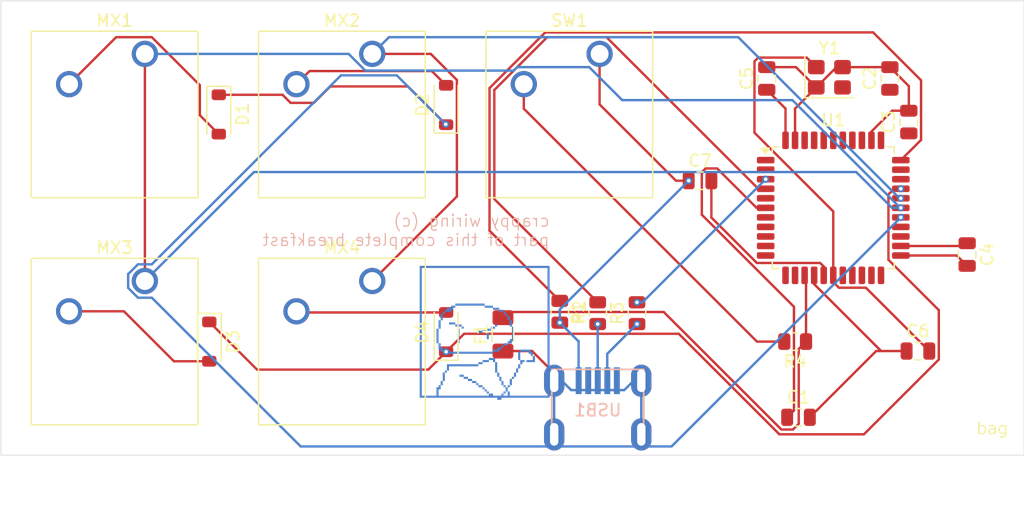
<source format=kicad_pcb>
(kicad_pcb (version 20241229) (generator "pcbnew") (generator_version "9.0")
  (layers (0 "F.Cu" signal) (2 "B.Cu" signal) (13 "F.Paste" user) (15 "B.Paste" user) (5 "F.SilkS" user "F.Silkscreen") (7 "B.SilkS" user "B.Silkscreen") (1 "F.Mask" user) (3 "B.Mask" user) (25 "Edge.Cuts" user))
  (net 0 "")
  (net 1 "Net-(U1-UCAP)")
  (net 2 "GND")
  (net 3 "+5V")
  (net 4 "Net-(U1-XTAL1)")
  (net 5 "Net-(U1-XTAL2)")
  (net 6 "Net-(D1-A)")
  (net 7 "/ROW0")
  (net 8 "Net-(D2-A)")
  (net 9 "Net-(D3-A)")
  (net 10 "/ROW1")
  (net 11 "Net-(D4-A)")
  (net 12 "VCC")
  (net 13 "/COL0")
  (net 14 "/COL1")
  (net 15 "/D+")
  (net 16 "Net-(U1-D+)")
  (net 17 "Net-(U1-~{HWB}{slash}PE2)")
  (net 18 "Net-(U1-D-)")
  (net 19 "/D-")
  (net 20 "Net-(U1-~{RESET})")
  (footprint "Button_Switch_Keyboard:SW_Cherry_MX_1.00u_PCB" (layer "F.Cu") (at 96.99625 97.31375)
    (property "Reference" "MX4" (at -2.54 -2.794 0) (layer "F.SilkS"))
    (property "Value" "MX-NoLED")
    (pad "" np_thru_hole circle (at -7.62 5.08) (size 1.7 1.7) (drill 1.7) (layers "*.Cu" "*.Mask"))
    (pad "" np_thru_hole circle (at -2.54 5.08) (size 4 4) (drill 4) (layers "*.Cu" "*.Mask"))
    (pad "" np_thru_hole circle (at 2.54 5.08) (size 1.7 1.7) (drill 1.7) (layers "*.Cu" "*.Mask"))
    (pad "1" thru_hole circle (at 0 0) (size 2.2 2.2) (drill 1.5) (layers "*.Cu" "*.Mask") (net 14 "/COL1"))
    (pad "2" thru_hole circle (at -6.35 2.54) (size 2.2 2.2) (drill 1.5) (layers "*.Cu" "*.Mask") (net 11 "Net-(D4-A)"))
  )
  (footprint "Resistor_SMD:R_0805_2012Metric" (layer "F.Cu") (at 115.8875 100.0125 90)
    (property "Reference" "R1" (at 0 -1.65 90) (layer "F.SilkS"))
    (property "Value" "22")
    (pad "1" smd roundrect (at -0.9125 0 90) (size 1.025 1.4) (layers "F.Cu" "F.Mask" "F.Paste") (roundrect_rratio 0.243902) (net 15 "/D+"))
    (pad "2" smd roundrect (at 0.9125 0 90) (size 1.025 1.4) (layers "F.Cu" "F.Mask" "F.Paste") (roundrect_rratio 0.243902) (net 16 "Net-(U1-D+)"))
  )
  (footprint "Resistor_SMD:R_0805_2012Metric" (layer "F.Cu") (at 112.7125 99.89375 -90)
    (property "Reference" "R2" (at 0 -1.65 90) (layer "F.SilkS"))
    (property "Value" "10k")
    (pad "1" smd roundrect (at -0.9125 0 270) (size 1.025 1.4) (layers "F.Cu" "F.Mask" "F.Paste") (roundrect_rratio 0.243902) (net 17 "Net-(U1-~{HWB}{slash}PE2)"))
    (pad "2" smd roundrect (at 0.9125 0 270) (size 1.025 1.4) (layers "F.Cu" "F.Mask" "F.Paste") (roundrect_rratio 0.243902) (net 2 "GND"))
  )
  (footprint "Capacitor_SMD:C_0805_2012Metric" (layer "F.Cu") (at 146.84375 95.09375 -90)
    (property "Reference" "C4" (at 0 -1.68 90) (layer "F.SilkS"))
    (property "Value" "0.1uF")
    (pad "1" smd roundrect (at -0.95 0 270) (size 1 1.45) (layers "F.Cu" "F.Mask" "F.Paste") (net 3 "+5V"))
    (pad "2" smd roundrect (at 0.95 0 270) (size 1 1.45) (layers "F.Cu" "F.Mask" "F.Paste") (net 2 "GND"))
  )
  (footprint "Capacitor_SMD:C_0805_2012Metric" (layer "F.Cu") (at 140.36875 80.325 90)
    (property "Reference" "C2" (at 0 -1.68 90) (layer "F.SilkS"))
    (property "Value" "0.1uF")
    (pad "1" smd roundrect (at -0.95 0 90) (size 1 1.45) (layers "F.Cu" "F.Mask" "F.Paste") (net 3 "+5V"))
    (pad "2" smd roundrect (at 0.95 0 90) (size 1 1.45) (layers "F.Cu" "F.Mask" "F.Paste") (net 2 "GND"))
  )
  (footprint "Diode_SMD:D_SOD-123" (layer "F.Cu") (at 83.34375 102.39375 -90)
    (property "Reference" "D3" (at 0 -2 90) (layer "F.SilkS"))
    (property "Value" "D_Small")
    (pad "1" smd roundrect (at -1.65 0 270) (size 0.9 1.2) (layers "F.Cu" "F.Mask" "F.Paste") (net 10 "/ROW1"))
    (pad "2" smd roundrect (at 1.65 0 270) (size 0.9 1.2) (layers "F.Cu" "F.Mask" "F.Paste") (net 9 "Net-(D3-A)"))
  )
  (footprint "Fuse:Fuse_1206_3216Metric" (layer "F.Cu") (at 107.95 101.7875 90)
    (property "Reference" "F1" (at 0 -1.83 90) (layer "F.SilkS"))
    (property "Value" "Polyfuse_Small")
    (pad "1" smd roundrect (at -1.4 0 90) (size 1.25 1.75) (layers "F.Cu" "F.Mask" "F.Paste") (roundrect_rratio 0.2) (net 12 "VCC"))
    (pad "2" smd roundrect (at 1.4 0 90) (size 1.25 1.75) (layers "F.Cu" "F.Mask" "F.Paste") (roundrect_rratio 0.2) (net 3 "+5V"))
  )
  (footprint "Capacitor_SMD:C_0805_2012Metric" (layer "F.Cu") (at 141.95625 83.98125 90)
    (property "Reference" "C3" (at 0 -1.68 90) (layer "F.SilkS"))
    (property "Value" "0.1uF")
    (pad "1" smd roundrect (at -0.95 0 90) (size 1 1.45) (layers "F.Cu" "F.Mask" "F.Paste") (net 3 "+5V"))
    (pad "2" smd roundrect (at 0.95 0 90) (size 1 1.45) (layers "F.Cu" "F.Mask" "F.Paste") (net 2 "GND"))
  )
  (footprint "Diode_SMD:D_SOD-123" (layer "F.Cu") (at 103.1875 82.55 90)
    (property "Reference" "D2" (at 0 -2 90) (layer "F.SilkS"))
    (property "Value" "D_Small")
    (pad "1" smd roundrect (at -1.65 0 90) (size 0.9 1.2) (layers "F.Cu" "F.Mask" "F.Paste") (net 7 "/ROW0"))
    (pad "2" smd roundrect (at 1.65 0 90) (size 0.9 1.2) (layers "F.Cu" "F.Mask" "F.Paste") (net 8 "Net-(D2-A)"))
  )
  (footprint "Package_QFP:TQFP-44_10x10mm_P0.8mm" (layer "F.Cu") (at 135.625 91.175)
    (property "Reference" "U1" (at 0 -7.35 0) (layer "F.SilkS"))
    (property "Value" "ATmega32U4-A")
    (pad "1" smd roundrect (at -5.6625 -4) (size 1.475 0.55) (layers "F.Cu" "F.Mask" "F.Paste"))
    (pad "2" smd roundrect (at -5.6625 -3.2) (size 1.475 0.55) (layers "F.Cu" "F.Mask" "F.Paste") (net 3 "+5V"))
    (pad "3" smd roundrect (at -5.6625 -2.4) (size 1.475 0.55) (layers "F.Cu" "F.Mask" "F.Paste") (net 18 "Net-(U1-D-)"))
    (pad "4" smd roundrect (at -5.6625 -1.6) (size 1.475 0.55) (layers "F.Cu" "F.Mask" "F.Paste") (net 16 "Net-(U1-D+)"))
    (pad "5" smd roundrect (at -5.6625 -0.8) (size 1.475 0.55) (layers "F.Cu" "F.Mask" "F.Paste") (net 2 "GND"))
    (pad "6" smd roundrect (at -5.6625 0) (size 1.475 0.55) (layers "F.Cu" "F.Mask" "F.Paste") (net 1 "Net-(U1-UCAP)"))
    (pad "7" smd roundrect (at -5.6625 0.8) (size 1.475 0.55) (layers "F.Cu" "F.Mask" "F.Paste") (net 3 "+5V"))
    (pad "8" smd roundrect (at -5.6625 1.6) (size 1.475 0.55) (layers "F.Cu" "F.Mask" "F.Paste"))
    (pad "9" smd roundrect (at -5.6625 2.4) (size 1.475 0.55) (layers "F.Cu" "F.Mask" "F.Paste"))
    (pad "10" smd roundrect (at -5.6625 3.2) (size 1.475 0.55) (layers "F.Cu" "F.Mask" "F.Paste"))
    (pad "11" smd roundrect (at -5.6625 4) (size 1.475 0.55) (layers "F.Cu" "F.Mask" "F.Paste"))
    (pad "12" smd roundrect (at -4 5.6625) (size 0.55 1.475) (layers "F.Cu" "F.Mask" "F.Paste"))
    (pad "13" smd roundrect (at -3.2 5.6625) (size 0.55 1.475) (layers "F.Cu" "F.Mask" "F.Paste") (net 20 "Net-(U1-~{RESET})"))
    (pad "14" smd roundrect (at -2.4 5.6625) (size 0.55 1.475) (layers "F.Cu" "F.Mask" "F.Paste") (net 3 "+5V"))
    (pad "15" smd roundrect (at -1.6 5.6625) (size 0.55 1.475) (layers "F.Cu" "F.Mask" "F.Paste") (net 2 "GND"))
    (pad "16" smd roundrect (at -0.8 5.6625) (size 0.55 1.475) (layers "F.Cu" "F.Mask" "F.Paste") (net 5 "Net-(U1-XTAL2)"))
    (pad "17" smd roundrect (at 0 5.6625) (size 0.55 1.475) (layers "F.Cu" "F.Mask" "F.Paste") (net 4 "Net-(U1-XTAL1)"))
    (pad "18" smd roundrect (at 0.8 5.6625) (size 0.55 1.475) (layers "F.Cu" "F.Mask" "F.Paste"))
    (pad "19" smd roundrect (at 1.6 5.6625) (size 0.55 1.475) (layers "F.Cu" "F.Mask" "F.Paste"))
    (pad "20" smd roundrect (at 2.4 5.6625) (size 0.55 1.475) (layers "F.Cu" "F.Mask" "F.Paste"))
    (pad "21" smd roundrect (at 3.2 5.6625) (size 0.55 1.475) (layers "F.Cu" "F.Mask" "F.Paste"))
    (pad "22" smd roundrect (at 4 5.6625) (size 0.55 1.475) (layers "F.Cu" "F.Mask" "F.Paste"))
    (pad "23" smd roundrect (at 5.6625 4) (size 1.475 0.55) (layers "F.Cu" "F.Mask" "F.Paste") (net 2 "GND"))
    (pad "24" smd roundrect (at 5.6625 3.2) (size 1.475 0.55) (layers "F.Cu" "F.Mask" "F.Paste") (net 3 "+5V"))
    (pad "25" smd roundrect (at 5.6625 2.4) (size 1.475 0.55) (layers "F.Cu" "F.Mask" "F.Paste"))
    (pad "26" smd roundrect (at 5.6625 1.6) (size 1.475 0.55) (layers "F.Cu" "F.Mask" "F.Paste"))
    (pad "27" smd roundrect (at 5.6625 0.8) (size 1.475 0.55) (layers "F.Cu" "F.Mask" "F.Paste") (net 7 "/ROW0"))
    (pad "28" smd roundrect (at 5.6625 0) (size 1.475 0.55) (layers "F.Cu" "F.Mask" "F.Paste") (net 13 "/COL0"))
    (pad "29" smd roundrect (at 5.6625 -0.8) (size 1.475 0.55) (layers "F.Cu" "F.Mask" "F.Paste") (net 14 "/COL1"))
    (pad "30" smd roundrect (at 5.6625 -1.6) (size 1.475 0.55) (layers "F.Cu" "F.Mask" "F.Paste") (net 10 "/ROW1"))
    (pad "31" smd roundrect (at 5.6625 -2.4) (size 1.475 0.55) (layers "F.Cu" "F.Mask" "F.Paste"))
    (pad "32" smd roundrect (at 5.6625 -3.2) (size 1.475 0.55) (layers "F.Cu" "F.Mask" "F.Paste"))
    (pad "33" smd roundrect (at 5.6625 -4) (size 1.475 0.55) (layers "F.Cu" "F.Mask" "F.Paste") (net 17 "Net-(U1-~{HWB}{slash}PE2)"))
    (pad "34" smd roundrect (at 4 -5.6625) (size 0.55 1.475) (layers "F.Cu" "F.Mask" "F.Paste") (net 3 "+5V"))
    (pad "35" smd roundrect (at 3.2 -5.6625) (size 0.55 1.475) (layers "F.Cu" "F.Mask" "F.Paste") (net 2 "GND"))
    (pad "36" smd roundrect (at 2.4 -5.6625) (size 0.55 1.475) (layers "F.Cu" "F.Mask" "F.Paste"))
    (pad "37" smd roundrect (at 1.6 -5.6625) (size 0.55 1.475) (layers "F.Cu" "F.Mask" "F.Paste"))
    (pad "38" smd roundrect (at 0.8 -5.6625) (size 0.55 1.475) (layers "F.Cu" "F.Mask" "F.Paste"))
    (pad "39" smd roundrect (at 0 -5.6625) (size 0.55 1.475) (layers "F.Cu" "F.Mask" "F.Paste"))
    (pad "40" smd roundrect (at -0.8 -5.6625) (size 0.55 1.475) (layers "F.Cu" "F.Mask" "F.Paste"))
    (pad "41" smd roundrect (at -1.6 -5.6625) (size 0.55 1.475) (layers "F.Cu" "F.Mask" "F.Paste"))
    (pad "42" smd roundrect (at -2.4 -5.6625) (size 0.55 1.475) (layers "F.Cu" "F.Mask" "F.Paste"))
    (pad "43" smd roundrect (at -3.2 -5.6625) (size 0.55 1.475) (layers "F.Cu" "F.Mask" "F.Paste") (net 2 "GND"))
    (pad "44" smd roundrect (at -4 -5.6625) (size 0.55 1.475) (layers "F.Cu" "F.Mask" "F.Paste") (net 3 "+5V"))
  )
  (footprint "Button_Switch_Keyboard:SW_Cherry_MX_1.00u_PCB" (layer "F.Cu") (at 96.99625 78.26375)
    (property "Reference" "MX2" (at -2.54 -2.794 0) (layer "F.SilkS"))
    (property "Value" "MX-NoLED")
    (pad "" np_thru_hole circle (at -7.62 5.08) (size 1.7 1.7) (drill 1.7) (layers "*.Cu" "*.Mask"))
    (pad "" np_thru_hole circle (at -2.54 5.08) (size 4 4) (drill 4) (layers "*.Cu" "*.Mask"))
    (pad "" np_thru_hole circle (at 2.54 5.08) (size 1.7 1.7) (drill 1.7) (layers "*.Cu" "*.Mask"))
    (pad "1" thru_hole circle (at 0 0) (size 2.2 2.2) (drill 1.5) (layers "*.Cu" "*.Mask") (net 14 "/COL1"))
    (pad "2" thru_hole circle (at -6.35 2.54) (size 2.2 2.2) (drill 1.5) (layers "*.Cu" "*.Mask") (net 8 "Net-(D2-A)"))
  )
  (footprint "Resistor_SMD:R_0805_2012Metric" (layer "F.Cu") (at 119.18125 100.0125 90)
    (property "Reference" "R3" (at 0 -1.65 90) (layer "F.SilkS"))
    (property "Value" "22")
    (pad "1" smd roundrect (at -0.9125 0 90) (size 1.025 1.4) (layers "F.Cu" "F.Mask" "F.Paste") (roundrect_rratio 0.243902) (net 19 "/D-"))
    (pad "2" smd roundrect (at 0.9125 0 90) (size 1.025 1.4) (layers "F.Cu" "F.Mask" "F.Paste") (roundrect_rratio 0.243902) (net 18 "Net-(U1-D-)"))
  )
  (footprint "Resistor_SMD:R_0805_2012Metric" (layer "F.Cu") (at 132.43125 102.39375 180)
    (property "Reference" "R4" (at 0 -1.65 0) (layer "F.SilkS"))
    (property "Value" "10k")
    (pad "1" smd roundrect (at -0.9125 0 180) (size 1.025 1.4) (layers "F.Cu" "F.Mask" "F.Paste") (roundrect_rratio 0.243902) (net 3 "+5V"))
    (pad "2" smd roundrect (at 0.9125 0 180) (size 1.025 1.4) (layers "F.Cu" "F.Mask" "F.Paste") (roundrect_rratio 0.243902) (net 20 "Net-(U1-~{RESET})"))
  )
  (footprint "Crystal:Crystal_SMD_3225-4Pin_3.2x2.5mm" (layer "F.Cu") (at 135.3 80.225)
    (property "Reference" "Y1" (at 0 -2.45 0) (layer "F.SilkS"))
    (property "Value" "16MHz")
    (pad "1" smd roundrect (at -1.1 0.85) (size 1.4 1.2) (layers "F.Cu" "F.Mask" "F.Paste") (roundrect_rratio 0.208333) (net 2 "GND"))
    (pad "2" smd roundrect (at 1.1 0.85) (size 1.4 1.2) (layers "F.Cu" "F.Mask" "F.Paste") (roundrect_rratio 0.208333) (net 5 "Net-(U1-XTAL2)"))
    (pad "3" smd roundrect (at 1.1 -0.85) (size 1.4 1.2) (layers "F.Cu" "F.Mask" "F.Paste") (roundrect_rratio 0.208333) (net 2 "GND"))
    (pad "4" smd roundrect (at -1.1 -0.85) (size 1.4 1.2) (layers "F.Cu" "F.Mask" "F.Paste") (roundrect_rratio 0.208333) (net 4 "Net-(U1-XTAL1)"))
  )
  (footprint "Button_Switch_Keyboard:SW_Cherry_MX_1.00u_PCB" (layer "F.Cu") (at 116.04625 78.26375)
    (property "Reference" "SW1" (at -2.54 -2.794 0) (layer "F.SilkS"))
    (property "Value" "SW_Push")
    (pad "" np_thru_hole circle (at -7.62 5.08) (size 1.7 1.7) (drill 1.7) (layers "*.Cu" "*.Mask"))
    (pad "" np_thru_hole circle (at -2.54 5.08) (size 4 4) (drill 4) (layers "*.Cu" "*.Mask"))
    (pad "" np_thru_hole circle (at 2.54 5.08) (size 1.7 1.7) (drill 1.7) (layers "*.Cu" "*.Mask"))
    (pad "1" thru_hole circle (at 0 0) (size 2.2 2.2) (drill 1.5) (layers "*.Cu" "*.Mask") (net 2 "GND"))
    (pad "2" thru_hole circle (at -6.35 2.54) (size 2.2 2.2) (drill 1.5) (layers "*.Cu" "*.Mask") (net 20 "Net-(U1-~{RESET})"))
  )
  (footprint "Diode_SMD:D_SOD-123" (layer "F.Cu") (at 103.1875 101.6 90)
    (property "Reference" "D4" (at 0 -2 90) (layer "F.SilkS"))
    (property "Value" "D_Small")
    (pad "1" smd roundrect (at -1.65 0 90) (size 0.9 1.2) (layers "F.Cu" "F.Mask" "F.Paste") (net 10 "/ROW1"))
    (pad "2" smd roundrect (at 1.65 0 90) (size 0.9 1.2) (layers "F.Cu" "F.Mask" "F.Paste") (net 11 "Net-(D4-A)"))
  )
  (footprint "Capacitor_SMD:C_0805_2012Metric" (layer "F.Cu") (at 130.05 80.325 90)
    (property "Reference" "C5" (at 0 -1.68 90) (layer "F.SilkS"))
    (property "Value" "0.1uF")
    (pad "1" smd roundrect (at -0.95 0 90) (size 1 1.45) (layers "F.Cu" "F.Mask" "F.Paste") (net 3 "+5V"))
    (pad "2" smd roundrect (at 0.95 0 90) (size 1 1.45) (layers "F.Cu" "F.Mask" "F.Paste") (net 2 "GND"))
  )
  (footprint "Button_Switch_Keyboard:SW_Cherry_MX_1.00u_PCB" (layer "F.Cu") (at 77.94625 97.31375)
    (property "Reference" "MX3" (at -2.54 -2.794 0) (layer "F.SilkS"))
    (property "Value" "MX-NoLED")
    (pad "" np_thru_hole circle (at -7.62 5.08) (size 1.7 1.7) (drill 1.7) (layers "*.Cu" "*.Mask"))
    (pad "" np_thru_hole circle (at -2.54 5.08) (size 4 4) (drill 4) (layers "*.Cu" "*.Mask"))
    (pad "" np_thru_hole circle (at 2.54 5.08) (size 1.7 1.7) (drill 1.7) (layers "*.Cu" "*.Mask"))
    (pad "1" thru_hole circle (at 0 0) (size 2.2 2.2) (drill 1.5) (layers "*.Cu" "*.Mask") (net 13 "/COL0"))
    (pad "2" thru_hole circle (at -6.35 2.54) (size 2.2 2.2) (drill 1.5) (layers "*.Cu" "*.Mask") (net 9 "Net-(D3-A)"))
  )
  (footprint "Button_Switch_Keyboard:SW_Cherry_MX_1.00u_PCB" (layer "F.Cu") (at 77.94625 78.26375)
    (property "Reference" "MX1" (at -2.54 -2.794 0) (layer "F.SilkS"))
    (property "Value" "MX-NoLED")
    (pad "" np_thru_hole circle (at -7.62 5.08) (size 1.7 1.7) (drill 1.7) (layers "*.Cu" "*.Mask"))
    (pad "" np_thru_hole circle (at -2.54 5.08) (size 4 4) (drill 4) (layers "*.Cu" "*.Mask"))
    (pad "" np_thru_hole circle (at 2.54 5.08) (size 1.7 1.7) (drill 1.7) (layers "*.Cu" "*.Mask"))
    (pad "1" thru_hole circle (at 0 0) (size 2.2 2.2) (drill 1.5) (layers "*.Cu" "*.Mask") (net 13 "/COL0"))
    (pad "2" thru_hole circle (at -6.35 2.54) (size 2.2 2.2) (drill 1.5) (layers "*.Cu" "*.Mask") (net 6 "Net-(D1-A)"))
  )
  (footprint "Capacitor_SMD:C_0805_2012Metric" (layer "F.Cu") (at 124.4625 88.9)
    (property "Reference" "C7" (at 0 -1.68 0) (layer "F.SilkS"))
    (property "Value" "22pF")
    (pad "1" smd roundrect (at -0.95 0) (size 1 1.45) (layers "F.Cu" "F.Mask" "F.Paste") (net 2 "GND"))
    (pad "2" smd roundrect (at 0.95 0) (size 1 1.45) (layers "F.Cu" "F.Mask" "F.Paste") (net 5 "Net-(U1-XTAL2)"))
  )
  (footprint "Diode_SMD:D_SOD-123" (layer "F.Cu") (at 84.1375 83.34375 -90)
    (property "Reference" "D1" (at 0 -2 90) (layer "F.SilkS"))
    (property "Value" "D_Small")
    (pad "1" smd roundrect (at -1.65 0 270) (size 0.9 1.2) (layers "F.Cu" "F.Mask" "F.Paste") (net 7 "/ROW0"))
    (pad "2" smd roundrect (at 1.65 0 270) (size 0.9 1.2) (layers "F.Cu" "F.Mask" "F.Paste") (net 6 "Net-(D1-A)"))
  )
  (footprint "Capacitor_SMD:C_0805_2012Metric" (layer "F.Cu") (at 142.71875 103.1875)
    (property "Reference" "C6" (at 0 -1.68 0) (layer "F.SilkS"))
    (property "Value" "22pF")
    (pad "1" smd roundrect (at -0.95 0) (size 1 1.45) (layers "F.Cu" "F.Mask" "F.Paste") (net 2 "GND"))
    (pad "2" smd roundrect (at 0.95 0) (size 1 1.45) (layers "F.Cu" "F.Mask" "F.Paste") (net 4 "Net-(U1-XTAL1)"))
  )
  (footprint "Capacitor_SMD:C_0805_2012Metric" (layer "F.Cu") (at 132.7125 108.74375)
    (property "Reference" "C1" (at 0 -1.68 0) (layer "F.SilkS"))
    (property "Value" "1uF")
    (pad "1" smd roundrect (at -0.95 0) (size 1 1.45) (layers "F.Cu" "F.Mask" "F.Paste") (net 1 "Net-(U1-UCAP)"))
    (pad "2" smd roundrect (at 0.95 0) (size 1 1.45) (layers "F.Cu" "F.Mask" "F.Paste") (net 2 "GND"))
  )
  (footprint "LOGO" (layer "B.Cu") (at 106.3625 101.6 180)
    (property "Reference" "G***" (hide yes))
    (property "Value" "LOGO" (hide yes))
    (fp_poly (pts (xy 3.809122 0.640706) (xy 3.809122 0.289634) (xy 3.721354 0.289634) (xy 3.633586 0.289634) (xy 3.633586 0.640706) (xy 3.633586 0.991777) (xy 3.721354 0.991777) (xy 3.809122 0.991777)) (fill yes) (layer "B.Cu"))
    (fp_poly (pts (xy 3.633586 1.25508) (xy 3.633586 0.991777) (xy 3.545819 0.991777) (xy 3.458051 0.991777) (xy 3.458051 1.25508) (xy 3.458051 1.518383) (xy 3.545819 1.518383) (xy 3.633586 1.518383)) (fill yes) (layer "B.Cu"))
    (fp_poly (pts (xy 3.633586 -4.274291) (xy 3.633586 -4.449827) (xy 3.545819 -4.449827) (xy 3.458051 -4.449827) (xy 3.458051 -4.274291) (xy 3.458051 -4.098755) (xy 3.545819 -4.098755) (xy 3.633586 -4.098755)) (fill yes) (layer "B.Cu"))
    (fp_poly (pts (xy 3.458051 1.606151) (xy 3.458051 1.518383) (xy 3.370283 1.518383) (xy 3.282515 1.518383) (xy 3.282515 1.606151) (xy 3.282515 1.693919) (xy 3.370283 1.693919) (xy 3.458051 1.693919)) (fill yes) (layer "B.Cu"))
    (fp_poly (pts (xy 3.458051 -3.747684) (xy 3.458051 -4.098755) (xy 3.370283 -4.098755) (xy 3.282515 -4.098755) (xy 3.282515 -3.747684) (xy 3.282515 -3.396613) (xy 3.370283 -3.396613) (xy 3.458051 -3.396613)) (fill yes) (layer "B.Cu"))
    (fp_poly (pts (xy 3.282515 -3.308845) (xy 3.282515 -3.396613) (xy 3.194747 -3.396613) (xy 3.10698 -3.396613) (xy 3.10698 -3.308845) (xy 3.10698 -3.221077) (xy 3.194747 -3.221077) (xy 3.282515 -3.221077)) (fill yes) (layer "B.Cu"))
    (fp_poly (pts (xy 2.229302 -0.32474) (xy 2.229302 -0.939115) (xy 2.141534 -0.939115) (xy 2.053766 -0.939115) (xy 2.053766 -0.32474) (xy 2.053766 0.289634) (xy 2.141534 0.289634) (xy 2.229302 0.289634)) (fill yes) (layer "B.Cu"))
    (fp_poly (pts (xy 0.473946 0.026331) (xy 0.473946 -0.061437) (xy 0.29841 -0.061437) (xy 0.122875 -0.061437) (xy 0.122875 0.026331) (xy 0.122875 0.114099) (xy 0.29841 0.114099) (xy 0.473946 0.114099)) (fill yes) (layer "B.Cu"))
    (fp_poly (pts (xy 0.473946 -2.606703) (xy 0.473946 -2.694471) (xy 0.29841 -2.694471) (xy 0.122875 -2.694471) (xy 0.122875 -2.606703) (xy 0.122875 -2.518935) (xy 0.29841 -2.518935) (xy 0.473946 -2.518935)) (fill yes) (layer "B.Cu"))
    (fp_poly (pts (xy 0.122875 0.201867) (xy 0.122875 0.114099) (xy -0.228197 0.114099) (xy -0.579268 0.114099) (xy -0.579268 0.201867) (xy -0.579268 0.289634) (xy -0.228197 0.289634) (xy 0.122875 0.289634)) (fill yes) (layer "B.Cu"))
    (fp_poly (pts (xy 0.122875 -2.431167) (xy 0.122875 -2.518935) (xy -0.140429 -2.518935) (xy -0.403732 -2.518935) (xy -0.403732 -2.431167) (xy -0.403732 -2.3434) (xy -0.140429 -2.3434) (xy 0.122875 -2.3434)) (fill yes) (layer "B.Cu"))
    (fp_poly (pts (xy -0.228197 -0.32474) (xy -0.228197 -0.588044) (xy -0.315964 -0.588044) (xy -0.403732 -0.588044) (xy -0.403732 -0.32474) (xy -0.403732 -0.061437) (xy -0.315964 -0.061437) (xy -0.228197 -0.061437)) (fill yes) (layer "B.Cu"))
    (fp_poly (pts (xy -0.579268 0.377402) (xy -0.579268 0.289634) (xy -0.754803 0.289634) (xy -0.930339 0.289634) (xy -0.930339 0.377402) (xy -0.930339 0.46517) (xy -0.754803 0.46517) (xy -0.579268 0.46517)) (fill yes) (layer "B.Cu"))
    (fp_poly (pts (xy -0.930339 0.552938) (xy -0.930339 0.46517) (xy -1.018107 0.46517) (xy -1.105875 0.46517) (xy -1.105875 0.552938) (xy -1.105875 0.640706) (xy -1.018107 0.640706) (xy -0.930339 0.640706)) (fill yes) (layer "B.Cu"))
    (fp_poly (pts (xy -1.456946 -1.202418) (xy -1.456946 -1.290186) (xy -1.544713 -1.290186) (xy -1.632481 -1.290186) (xy -1.632481 -1.202418) (xy -1.632481 -1.11465) (xy -1.544713 -1.11465) (xy -1.456946 -1.11465)) (fill yes) (layer "B.Cu"))
    (fp_poly (pts (xy -1.632481 -1.026883) (xy -1.632481 -1.11465) (xy -1.808017 -1.11465) (xy -1.983552 -1.11465) (xy -1.983552 -1.026883) (xy -1.983552 -0.939115) (xy -1.808017 -0.939115) (xy -1.632481 -0.939115)) (fill yes) (layer "B.Cu"))
    (fp_poly (pts (xy -1.632481 -5.064201) (xy -1.632481 -5.151969) (xy -1.720249 -5.151969) (xy -1.808017 -5.151969) (xy -1.808017 -5.064201) (xy -1.808017 -4.976433) (xy -1.720249 -4.976433) (xy -1.632481 -4.976433)) (fill yes) (layer "B.Cu"))
    (fp_poly (pts (xy -2.159088 -4.186523) (xy -2.159088 -4.449827) (xy -2.246856 -4.449827) (xy -2.334624 -4.449827) (xy -2.334624 -4.186523) (xy -2.334624 -3.92322) (xy -2.246856 -3.92322) (xy -2.159088 -3.92322)) (fill yes) (layer "B.Cu"))
    (fp_poly (pts (xy -2.334624 -3.835452) (xy -2.334624 -3.92322) (xy -2.422391 -3.92322) (xy -2.510159 -3.92322) (xy -2.510159 -3.835452) (xy -2.510159 -3.747684) (xy -2.422391 -3.747684) (xy -2.334624 -3.747684)) (fill yes) (layer "B.Cu"))
    (fp_poly (pts (xy -2.510159 -3.572149) (xy -2.510159 -3.747684) (xy -2.597927 -3.747684) (xy -2.685695 -3.747684) (xy -2.685695 -3.572149) (xy -2.685695 -3.396613) (xy -2.597927 -3.396613) (xy -2.510159 -3.396613)) (fill yes) (layer "B.Cu"))
    (fp_poly (pts (xy -2.685695 -3.221077) (xy -2.685695 -3.396613) (xy -2.773463 -3.396613) (xy -2.86123 -3.396613) (xy -2.86123 -3.221077) (xy -2.86123 -3.045542) (xy -2.773463 -3.045542) (xy -2.685695 -3.045542)) (fill yes) (layer "B.Cu"))
    (fp_poly (pts (xy -2.86123 -2.870006) (xy -2.86123 -3.045542) (xy -2.948998 -3.045542) (xy -3.036766 -3.045542) (xy -3.036766 -2.870006) (xy -3.036766 -2.694471) (xy -2.948998 -2.694471) (xy -2.86123 -2.694471)) (fill yes) (layer "B.Cu"))
    (fp_poly (pts (xy 3.10698 -2.957774) (xy 3.10698 -3.221077) (xy 3.019212 -3.221077) (xy 2.931444 -3.221077) (xy 2.931444 -3.045542) (xy 2.931444 -2.870006) (xy 1.702695 -2.870006) (xy 0.473946 -2.870006) (xy 0.473946 -2.782239) (xy 0.473946 -2.694471) (xy 1.790463 -2.694471) (xy 3.10698 -2.694471)) (fill yes) (layer "B.Cu"))
    (fp_poly (pts (xy -2.86123 -1.992328) (xy -2.86123 -2.3434) (xy -2.948998 -2.3434) (xy -3.036766 -2.3434) (xy -3.036766 -2.518935) (xy -3.036766 -2.694471) (xy -3.124534 -2.694471) (xy -3.212302 -2.694471) (xy -3.212302 -2.606703) (xy -3.212302 -2.518935) (xy -3.300069 -2.518935) (xy -3.387837 -2.518935) (xy -3.387837 -2.431167) (xy -3.387837 -2.3434) (xy -3.212302 -2.3434) (xy -3.036766 -2.3434) (xy -3.036766 -1.992328) (xy -3.036766 -1.641257) (xy -2.948998 -1.641257) (xy -2.86123 -1.641257)) (fill yes) (layer "B.Cu"))
    (fp_poly (pts (xy 2.931444 0.728473) (xy 2.931444 0.640706) (xy 2.668141 0.640706) (xy 2.404837 0.640706) (xy 2.404837 0.552938) (xy 2.404837 0.46517) (xy 2.141534 0.46517) (xy 1.878231 0.46517) (xy 1.878231 0.377402) (xy 1.878231 0.289634) (xy 1.790463 0.289634) (xy 1.702695 0.289634) (xy 1.702695 0.377402) (xy 1.702695 0.46517) (xy 1.790463 0.46517) (xy 1.878231 0.46517) (xy 1.878231 0.552938) (xy 1.878231 0.640706) (xy 2.141534 0.640706) (xy 2.404837 0.640706) (xy 2.404837 0.728473) (xy 2.404837 0.816241) (xy 2.668141 0.816241) (xy 2.931444 0.816241)) (fill yes) (layer "B.Cu"))
    (fp_poly (pts (xy 2.755908 2.132758) (xy 2.755908 2.04499) (xy 2.931444 2.04499) (xy 3.10698 2.04499) (xy 3.10698 1.957222) (xy 3.10698 1.869455) (xy 3.194747 1.869455) (xy 3.282515 1.869455) (xy 3.282515 1.781687) (xy 3.282515 1.693919) (xy 3.019212 1.693919) (xy 2.755908 1.693919) (xy 2.755908 1.781687) (xy 2.755908 1.869455) (xy 2.668141 1.869455) (xy 2.580373 1.869455) (xy 2.580373 1.957222) (xy 2.580373 2.04499) (xy 2.492605 2.04499) (xy 2.404837 2.04499) (xy 2.404837 2.132758) (xy 2.404837 2.220526) (xy 2.580373 2.220526) (xy 2.755908 2.220526)) (fill yes) (layer "B.Cu"))
    (fp_poly (pts (xy -3.036766 -1.553489) (xy -3.036766 -1.641257) (xy -3.387837 -1.641257) (xy -3.738908 -1.641257) (xy -3.738908 -1.729025) (xy -3.738908 -1.816793) (xy -3.826676 -1.816793) (xy -3.914444 -1.816793) (xy -3.914444 -1.904561) (xy -3.914444 -1.992328) (xy -4.002212 -1.992328) (xy -4.08998 -1.992328) (xy -4.08998 -2.167864) (xy -4.08998 -2.3434) (xy -3.826676 -2.3434) (xy -3.563373 -2.3434) (xy -3.563373 -2.431167) (xy -3.563373 -2.518935) (xy -3.914444 -2.518935) (xy -4.265515 -2.518935) (xy -4.265515 -2.255632) (xy -4.265515 -1.992328) (xy -4.177747 -1.992328) (xy -4.08998 -1.992328) (xy -4.08998 -1.816793) (xy -4.08998 -1.641257) (xy -4.002212 -1.641257) (xy -3.914444 -1.641257) (xy -3.914444 -1.553489) (xy -3.914444 -1.465722) (xy -3.475605 -1.465722) (xy -3.036766 -1.465722)) (fill yes) (layer "B.Cu"))
    (fp_poly (pts (xy 3.984658 -0.32474) (xy 3.984658 -0.939115) (xy 3.89689 -0.939115) (xy 3.809122 -0.939115) (xy 3.809122 -1.202418) (xy 3.809122 -1.465722) (xy 3.721354 -1.465722) (xy 3.633586 -1.465722) (xy 3.633586 -1.553489) (xy 3.633586 -1.641257) (xy 3.370283 -1.641257) (xy 3.10698 -1.641257) (xy 3.10698 -1.729025) (xy 3.10698 -1.816793) (xy 1.176088 -1.816793) (xy -0.754803 -1.816793) (xy -0.754803 -1.729025) (xy -0.754803 -1.641257) (xy -1.018107 -1.641257) (xy -1.28141 -1.641257) (xy -1.28141 -1.553489) (xy -1.28141 -1.465722) (xy -1.369178 -1.465722) (xy -1.456946 -1.465722) (xy -1.456946 -1.377954) (xy -1.456946 -1.290186) (xy -1.28141 -1.290186) (xy -1.105875 -1.290186) (xy -1.105875 -1.377954) (xy -1.105875 -1.465722) (xy -0.930339 -1.465722) (xy -0.754803 -1.465722) (xy -0.754803 -1.553489) (xy -0.754803 -1.641257) (xy 1.176088 -1.641257) (xy 3.10698 -1.641257) (xy 3.10698 -1.553489) (xy 3.10698 -1.465722) (xy 3.282515 -1.465722) (xy 3.458051 -1.465722) (xy 3.458051 -1.377954) (xy 3.458051 -1.290186) (xy 3.545819 -1.290186) (xy 3.633586 -1.290186) (xy 3.633586 -1.11465) (xy 3.633586 -0.939115) (xy 3.721354 -0.939115) (xy 3.809122 -0.939115) (xy 3.809122 -0.32474) (xy 3.809122 0.289634) (xy 3.89689 0.289634) (xy 3.984658 0.289634)) (fill yes) (layer "B.Cu"))
    (fp_poly (pts (xy 5.388942 0.026331) (xy 5.388942 -5.50304) (xy 2.141534 -5.50304) (xy -1.105875 -5.50304) (xy -1.105875 -5.590808) (xy -1.105875 -5.678576) (xy -1.28141 -5.678576) (xy -1.456946 -5.678576) (xy -1.456946 -5.590808) (xy -1.456946 -5.50304) (xy -3.475605 -5.50304) (xy -5.494264 -5.50304) (xy -5.494264 0.026331) (xy -5.318729 0.026331) (xy -5.318729 -5.327505) (xy -3.738908 -5.327505) (xy -2.159088 -5.327505) (xy -2.159088 -5.151969) (xy -2.159088 -4.976433) (xy -2.07132 -4.976433) (xy -1.983552 -4.976433) (xy -1.983552 -5.151969) (xy -1.983552 -5.327505) (xy -1.808017 -5.327505) (xy -1.632481 -5.327505) (xy -1.632481 -5.239737) (xy -1.632481 -5.151969) (xy -1.544713 -5.151969) (xy -1.456946 -5.151969) (xy -1.456946 -5.239737) (xy -1.456946 -5.327505) (xy -1.105875 -5.327505) (xy -0.754803 -5.327505) (xy -0.754803 -5.239737) (xy -0.754803 -5.151969) (xy -0.579268 -5.151969) (xy -0.403732 -5.151969) (xy -0.403732 -5.239737) (xy -0.403732 -5.327505) (xy 1.702695 -5.327505) (xy 3.809122 -5.327505) (xy 3.809122 -5.064201) (xy 3.809122 -4.800898) (xy 3.721354 -4.800898) (xy 3.633586 -4.800898) (xy 3.633586 -4.625362) (xy 3.633586 -4.449827) (xy 3.721354 -4.449827) (xy 3.809122 -4.449827) (xy 3.809122 -4.537594) (xy 3.809122 -4.625362) (xy 3.89689 -4.625362) (xy 3.984658 -4.625362) (xy 3.984658 -4.976433) (xy 3.984658 -5.327505) (xy 4.599032 -5.327505) (xy 5.213407 -5.327505) (xy 5.213407 0.026331) (xy 5.213407 5.380166) (xy -0.052661 5.380166) (xy -5.318729 5.380166) (xy -5.318729 0.026331) (xy -5.494264 0.026331) (xy -5.494264 5.555702) (xy -0.052661 5.555702) (xy 5.388942 5.555702)) (fill yes) (layer "B.Cu"))
    (fp_poly (pts (xy -0.403732 -2.255632) (xy -0.403732 -2.3434) (xy -0.579268 -2.3434) (xy -0.754803 -2.3434) (xy -0.754803 -2.431167) (xy -0.754803 -2.518935) (xy -0.842571 -2.518935) (xy -0.930339 -2.518935) (xy -0.930339 -2.957774) (xy -0.930339 -3.396613) (xy -1.018107 -3.396613) (xy -1.105875 -3.396613) (xy -1.105875 -3.572149) (xy -1.105875 -3.747684) (xy -1.193642 -3.747684) (xy -1.28141 -3.747684) (xy -1.28141 -3.92322) (xy -1.28141 -4.098755) (xy -1.369178 -4.098755) (xy -1.456946 -4.098755) (xy -1.456946 -4.274291) (xy -1.456946 -4.449827) (xy -1.544713 -4.449827) (xy -1.632481 -4.449827) (xy -1.632481 -4.537594) (xy -1.632481 -4.625362) (xy -1.720249 -4.625362) (xy -1.808017 -4.625362) (xy -1.808017 -4.800898) (xy -1.808017 -4.976433) (xy -1.895785 -4.976433) (xy -1.983552 -4.976433) (xy -1.983552 -4.800898) (xy -1.983552 -4.625362) (xy -2.07132 -4.625362) (xy -2.159088 -4.625362) (xy -2.159088 -4.537594) (xy -2.159088 -4.449827) (xy -2.07132 -4.449827) (xy -1.983552 -4.449827) (xy -1.983552 -4.537594) (xy -1.983552 -4.625362) (xy -1.895785 -4.625362) (xy -1.808017 -4.625362) (xy -1.808017 -4.537594) (xy -1.808017 -4.449827) (xy -1.720249 -4.449827) (xy -1.632481 -4.449827) (xy -1.632481 -4.274291) (xy -1.632481 -4.098755) (xy -1.544713 -4.098755) (xy -1.456946 -4.098755) (xy -1.456946 -3.92322) (xy -1.456946 -3.747684) (xy -1.369178 -3.747684) (xy -1.28141 -3.747684) (xy -1.28141 -3.572149) (xy -1.28141 -3.396613) (xy -1.193642 -3.396613) (xy -1.105875 -3.396613) (xy -1.105875 -2.957774) (xy -1.105875 -2.518935) (xy -1.018107 -2.518935) (xy -0.930339 -2.518935) (xy -0.930339 -2.3434) (xy -0.930339 -2.167864) (xy -0.667036 -2.167864) (xy -0.403732 -2.167864)) (fill yes) (layer "B.Cu"))
    (fp_poly (pts (xy 2.053766 -3.659916) (xy 2.053766 -3.747684) (xy 1.878231 -3.747684) (xy 1.702695 -3.747684) (xy 1.702695 -3.835452) (xy 1.702695 -3.92322) (xy 1.527159 -3.92322) (xy 1.351624 -3.92322) (xy 1.351624 -4.010988) (xy 1.351624 -4.098755) (xy 1.176088 -4.098755) (xy 1.000553 -4.098755) (xy 1.000553 -4.186523) (xy 1.000553 -4.274291) (xy 0.825017 -4.274291) (xy 0.649481 -4.274291) (xy 0.649481 -4.362059) (xy 0.649481 -4.449827) (xy 0.561714 -4.449827) (xy 0.473946 -4.449827) (xy 0.473946 -4.537594) (xy 0.473946 -4.625362) (xy 0.29841 -4.625362) (xy 0.122875 -4.625362) (xy 0.122875 -4.71313) (xy 0.122875 -4.800898) (xy 0.035107 -4.800898) (xy -0.052661 -4.800898) (xy -0.052661 -4.888666) (xy -0.052661 -4.976433) (xy -0.140429 -4.976433) (xy -0.228197 -4.976433) (xy -0.228197 -5.064201) (xy -0.228197 -5.151969) (xy -0.315964 -5.151969) (xy -0.403732 -5.151969) (xy -0.403732 -5.064201) (xy -0.403732 -4.976433) (xy -0.315964 -4.976433) (xy -0.228197 -4.976433) (xy -0.228197 -4.888666) (xy -0.228197 -4.800898) (xy -0.140429 -4.800898) (xy -0.052661 -4.800898) (xy -0.052661 -4.71313) (xy -0.052661 -4.625362) (xy 0.035107 -4.625362) (xy 0.122875 -4.625362) (xy 0.122875 -4.537594) (xy 0.122875 -4.449827) (xy 0.29841 -4.449827) (xy 0.473946 -4.449827) (xy 0.473946 -4.362059) (xy 0.473946 -4.274291) (xy 0.561714 -4.274291) (xy 0.649481 -4.274291) (xy 0.649481 -4.186523) (xy 0.649481 -4.098755) (xy 0.825017 -4.098755) (xy 1.000553 -4.098755) (xy 1.000553 -4.010988) (xy 1.000553 -3.92322) (xy 1.176088 -3.92322) (xy 1.351624 -3.92322) (xy 1.351624 -3.835452) (xy 1.351624 -3.747684) (xy 1.527159 -3.747684) (xy 1.702695 -3.747684) (xy 1.702695 -3.659916) (xy 1.702695 -3.572149) (xy 1.878231 -3.572149) (xy 2.053766 -3.572149)) (fill yes) (layer "B.Cu"))
    (fp_poly (pts (xy 2.404837 2.308294) (xy 2.404837 2.220526) (xy 1.176088 2.220526) (xy -0.052661 2.220526) (xy -0.052661 2.132758) (xy -0.052661 2.04499) (xy -0.403732 2.04499) (xy -0.754803 2.04499) (xy -0.754803 1.957222) (xy -0.754803 1.869455) (xy -1.018107 1.869455) (xy -1.28141 1.869455) (xy -1.28141 1.781687) (xy -1.28141 1.693919) (xy -1.456946 1.693919) (xy -1.632481 1.693919) (xy -1.632481 1.606151) (xy -1.632481 1.518383) (xy -1.720249 1.518383) (xy -1.808017 1.518383) (xy -1.808017 1.430616) (xy -1.808017 1.342848) (xy -1.895785 1.342848) (xy -1.983552 1.342848) (xy -1.983552 1.167312) (xy -1.983552 0.991777) (xy -2.07132 0.991777) (xy -2.159088 0.991777) (xy -2.159088 0.728473) (xy -2.159088 0.46517) (xy -2.246856 0.46517) (xy -2.334624 0.46517) (xy -2.334624 -0.061437) (xy -2.334624 -0.588044) (xy -2.246856 -0.588044) (xy -2.159088 -0.588044) (xy -2.159088 -0.675811) (xy -2.159088 -0.763579) (xy -2.07132 -0.763579) (xy -1.983552 -0.763579) (xy -1.983552 -0.851347) (xy -1.983552 -0.939115) (xy -2.159088 -0.939115) (xy -2.334624 -0.939115) (xy -2.334624 -0.851347) (xy -2.334624 -0.763579) (xy -2.422391 -0.763579) (xy -2.510159 -0.763579) (xy -2.510159 -0.149205) (xy -2.510159 0.46517) (xy -2.422391 0.46517) (xy -2.334624 0.46517) (xy -2.334624 0.728473) (xy -2.334624 0.991777) (xy -2.246856 0.991777) (xy -2.159088 0.991777) (xy -2.159088 1.167312) (xy -2.159088 1.342848) (xy -2.07132 1.342848) (xy -1.983552 1.342848) (xy -1.983552 1.430616) (xy -1.983552 1.518383) (xy -1.895785 1.518383) (xy -1.808017 1.518383) (xy -1.808017 1.606151) (xy -1.808017 1.693919) (xy -1.720249 1.693919) (xy -1.632481 1.693919) (xy -1.632481 1.781687) (xy -1.632481 1.869455) (xy -1.456946 1.869455) (xy -1.28141 1.869455) (xy -1.28141 1.957222) (xy -1.28141 2.04499) (xy -1.018107 2.04499) (xy -0.754803 2.04499) (xy -0.754803 2.132758) (xy -0.754803 2.220526) (xy -0.403732 2.220526) (xy -0.052661 2.220526) (xy -0.052661 2.308294) (xy -0.052661 2.396061) (xy 1.176088 2.396061) (xy 2.404837 2.396061)) (fill yes) (layer "B.Cu"))
  )
  (footprint "PRAND:Molex-0548190589" (layer "B.Cu") (at 115.892795 110.177714 90)
    (property "Reference" "USB1" (at 2.032 0 0) (layer "B.SilkS") (effects (justify mirror)))
    (property "Value" "Molex-0548190589")
    (pad "1" smd rect (at 4.5 -1.6 90) (size 2.25 0.5) (layers "B.Cu" "B.Mask" "B.Paste") (net 2 "GND"))
    (pad "2" smd rect (at 4.5 -0.8 90) (size 2.25 0.5) (layers "B.Cu" "B.Mask" "B.Paste"))
    (pad "3" smd rect (at 4.5 0 90) (size 2.25 0.5) (layers "B.Cu" "B.Mask" "B.Paste") (net 15 "/D+"))
    (pad "4" smd rect (at 4.5 0.8 90) (size 2.25 0.5) (layers "B.Cu" "B.Mask" "B.Paste") (net 19 "/D-"))
    (pad "5" smd rect (at 4.5 1.6 90) (size 2.25 0.5) (layers "B.Cu" "B.Mask" "B.Paste"))
    (pad "6" thru_hole oval (at 0 -3.65 90) (size 2.7 1.7) (drill oval 1.9 0.7) (layers "*.Cu" "*.Mask") (net 12 "VCC"))
    (pad "6" thru_hole oval (at 0 3.65 90) (size 2.7 1.7) (drill oval 1.9 0.7) (layers "*.Cu" "*.Mask") (net 12 "VCC"))
    (pad "6" thru_hole oval (at 4.5 -3.65 90) (size 2.7 1.7) (drill oval 1.9 0.7) (layers "*.Cu" "*.Mask") (net 12 "VCC"))
    (pad "6" thru_hole oval (at 4.5 3.65 90) (size 2.7 1.7) (drill oval 1.9 0.7) (layers "*.Cu" "*.Mask") (net 12 "VCC"))
  )
  (gr_rect (start 65.88125 73.81875) (end 151.60625 111.91875) (stroke (width 0.05)) (fill no) (layer "Edge.Cuts"))
  (gr_text "bag" (at 147.6375 110.33125 0) (layer "F.SilkS") (effects (font (size 1 1) (thickness 0.1)) (justify left bottom)))
  (gr_text "crappy wiring (c)\npart of this complete breakfast" (at 111.91875 94.45625 0) (layer "B.SilkS") (effects (font (size 1 1) (thickness 0.1)) (justify left bottom mirror)))
  (segment (start 124.6115 88.18984) (end 124.92734 87.874) (width 0.2) (layer "F.Cu") (net 1))
  (segment (start 125.89766 87.874) (end 129.19866 91.175) (width 0.2) (layer "F.Cu") (net 1))
  (segment (start 129.19866 91.175) (end 129.9625 91.175) (width 0.2) (layer "F.Cu") (net 1))
  (segment (start 132.33225 99.473294) (end 124.6115 91.752544) (width 0.2) (layer "F.Cu") (net 1))
  (segment (start 124.92734 87.874) (end 125.89766 87.874) (width 0.2) (layer "F.Cu") (net 1))
  (segment (start 131.7625 108.74375) (end 132.33225 108.174) (width 0.2) (layer "F.Cu") (net 1))
  (segment (start 124.6115 91.752544) (end 124.6115 88.18984) (width 0.2) (layer "F.Cu") (net 1))
  (segment (start 132.33225 108.174) (end 132.33225 99.473294) (width 0.2) (layer "F.Cu") (net 1))
  (segment (start 138.825 84.775001) (end 140.568751 83.03125) (width 0.2) (layer "F.Cu") (net 2))
  (segment (start 116.04625 82.50222) (end 116.04625 78.26375) (width 0.2) (layer "F.Cu") (net 2))
  (segment (start 145.975 95.175) (end 146.84375 96.04375) (width 0.2) (layer "F.Cu") (net 2))
  (segment (start 140.36875 79.375) (end 141.95625 80.9625) (width 0.2) (layer "F.Cu") (net 2))
  (segment (start 135.9 79.375) (end 134.2 81.075) (width 0.2) (layer "F.Cu") (net 2))
  (segment (start 133.6625 108.74375) (end 139.21875 103.1875) (width 0.2) (layer "F.Cu") (net 2))
  (segment (start 141.76875 103.1875) (end 139.637501 103.1875) (width 0.2) (layer "F.Cu") (net 2))
  (segment (start 140.568751 83.03125) (end 141.95625 83.03125) (width 0.2) (layer "F.Cu") (net 2))
  (segment (start 136.4 79.375) (end 135.9 79.375) (width 0.2) (layer "F.Cu") (net 2))
  (segment (start 134.2 81.075) (end 132.425 82.85) (width 0.2) (layer "F.Cu") (net 2))
  (segment (start 132.425 82.85) (end 132.425 85.5125) (width 0.2) (layer "F.Cu") (net 2))
  (segment (start 130.05 79.375) (end 132.5 79.375) (width 0.2) (layer "F.Cu") (net 2))
  (segment (start 138.825 85.5125) (end 138.825 84.775001) (width 0.2) (layer "F.Cu") (net 2))
  (segment (start 139.637501 103.1875) (end 134.025 97.574999) (width 0.2) (layer "F.Cu") (net 2))
  (segment (start 122.44403 88.9) (end 116.04625 82.50222) (width 0.2) (layer "F.Cu") (net 2))
  (segment (start 141.95625 80.9625) (end 141.95625 83.03125) (width 0.2) (layer "F.Cu") (net 2))
  (segment (start 136.4 79.375) (end 140.36875 79.375) (width 0.2) (layer "F.Cu") (net 2))
  (segment (start 132.5 79.375) (end 134.2 81.075) (width 0.2) (layer "F.Cu") (net 2))
  (segment (start 123.5125 88.9) (end 122.44403 88.9) (width 0.2) (layer "F.Cu") (net 2))
  (segment (start 134.025 97.574999) (end 134.025 96.8375) (width 0.2) (layer "F.Cu") (net 2))
  (segment (start 141.2875 95.175) (end 145.975 95.175) (width 0.2) (layer "F.Cu") (net 2))
  (segment (start 139.21875 103.1875) (end 139.637501 103.1875) (width 0.2) (layer "F.Cu") (net 2))
  (via (at 112.7125 100.80625) (size 0.6) (drill 0.3) (layers "F.Cu" "B.Cu") (net 2))
  (via (at 123.5125 88.9) (size 0.6) (drill 0.3) (layers "F.Cu" "B.Cu") (net 2))
  (segment (start 112.7125 100.80625) (end 112.7125 99.7) (width 0.2) (layer "B.Cu") (net 2))
  (segment (start 112.7125 99.7) (end 123.5125 88.9) (width 0.2) (layer "B.Cu") (net 2))
  (segment (start 114.2875 105.0375) (end 114.2875 102.38125) (width 0.2) (layer "B.Cu") (net 2))
  (segment (start 114.2875 102.38125) (end 112.7125 100.80625) (width 0.2) (layer "B.Cu") (net 2))
  (segment (start 130.05 81.0875) (end 130.175 80.9625) (width 0.2) (layer "F.Cu") (net 3))
  (segment (start 146.84375 94.14375) (end 146.6125 94.375) (width 0.2) (layer "F.Cu") (net 3))
  (segment (start 132.73325 109.28416) (end 132.73325 103.00425) (width 0.2) (layer "F.Cu") (net 3))
  (segment (start 107.95 100.3875) (end 108.424 99.9135) (width 0.2) (layer "F.Cu") (net 3))
  (segment (start 108.424 99.9135) (end 121.42109 99.9135) (width 0.2) (layer "F.Cu") (net 3))
  (segment (start 133.34375 102.39375) (end 133.34375 96.95625) (width 0.2) (layer "F.Cu") (net 3))
  (segment (start 146.6125 94.375) (end 141.2875 94.375) (width 0.2) (layer "F.Cu") (net 3))
  (segment (start 131.27734 109.76975) (end 132.24766 109.76975) (width 0.2) (layer "F.Cu") (net 3))
  (segment (start 130.05 81.275) (end 131.625 82.85) (width 0.2) (layer "F.Cu") (net 3))
  (segment (start 133.34375 96.95625) (end 133.225 96.8375) (width 0.2) (layer "F.Cu") (net 3))
  (segment (start 130.05 81.275) (end 130.05 81.0875) (width 0.2) (layer "F.Cu") (net 3))
  (segment (start 131.625 82.85) (end 131.625 85.5125) (width 0.2) (layer "F.Cu") (net 3))
  (segment (start 132.24766 109.76975) (end 132.73325 109.28416) (width 0.2) (layer "F.Cu") (net 3))
  (segment (start 132.73325 103.00425) (end 133.34375 102.39375) (width 0.2) (layer "F.Cu") (net 3))
  (segment (start 121.42109 99.9135) (end 131.27734 109.76975) (width 0.2) (layer "F.Cu") (net 3))
  (segment (start 138.35725 97.876) (end 136.102056 97.876) (width 0.2) (layer "F.Cu") (net 4))
  (segment (start 136.102056 97.876) (end 135.625 97.398944) (width 0.2) (layer "F.Cu") (net 4))
  (segment (start 133.399 78.574) (end 129.33984 78.574) (width 0.2) (layer "F.Cu") (net 4))
  (segment (start 135.625 91.476056) (end 135.625 96.8375) (width 0.2) (layer "F.Cu") (net 4))
  (segment (start 135.625 97.398944) (end 135.625 96.8375) (width 0.2) (layer "F.Cu") (net 4))
  (segment (start 134.2 79.375) (end 133.399 78.574) (width 0.2) (layer "F.Cu") (net 4))
  (segment (start 143.66875 103.1875) (end 138.35725 97.876) (width 0.2) (layer "F.Cu") (net 4))
  (segment (start 129.024 84.875056) (end 135.625 91.476056) (width 0.2) (layer "F.Cu") (net 4))
  (segment (start 129.024 78.88984) (end 129.024 84.875056) (width 0.2) (layer "F.Cu") (net 4))
  (segment (start 129.33984 78.574) (end 129.024 78.88984) (width 0.2) (layer "F.Cu") (net 4))
  (segment (start 134.523999 95.799) (end 134.825 96.100001) (width 0.2) (layer "F.Cu") (net 5))
  (segment (start 129.225056 95.799) (end 134.523999 95.799) (width 0.2) (layer "F.Cu") (net 5))
  (segment (start 134.825 96.100001) (end 134.825 96.8375) (width 0.2) (layer "F.Cu") (net 5))
  (segment (start 125.4125 88.9) (end 125.4125 91.986444) (width 0.2) (layer "F.Cu") (net 5))
  (segment (start 125.4125 91.986444) (end 129.225056 95.799) (width 0.2) (layer "F.Cu") (net 5))
  (segment (start 75.53725 76.86275) (end 78.526564 76.86275) (width 0.2) (layer "F.Cu") (net 6))
  (segment (start 82.55 80.886186) (end 82.55 83.40625) (width 0.2) (layer "F.Cu") (net 6))
  (segment (start 71.59625 80.80375) (end 75.53725 76.86275) (width 0.2) (layer "F.Cu") (net 6))
  (segment (start 82.55 83.40625) (end 84.1375 84.99375) (width 0.2) (layer "F.Cu") (net 6))
  (segment (start 78.526564 76.86275) (end 82.55 80.886186) (width 0.2) (layer "F.Cu") (net 6))
  (segment (start 90.157618 82.369934) (end 92.10525 82.369934) (width 0.2) (layer "F.Cu") (net 7))
  (segment (start 93.482434 80.99275) (end 99.98025 80.99275) (width 0.2) (layer "F.Cu") (net 7))
  (segment (start 84.1375 81.69375) (end 89.481434 81.69375) (width 0.2) (layer "F.Cu") (net 7))
  (segment (start 99.98025 80.99275) (end 103.15625 84.16875) (width 0.2) (layer "F.Cu") (net 7))
  (segment (start 92.10525 82.369934) (end 93.482434 80.99275) (width 0.2) (layer "F.Cu") (net 7))
  (segment (start 89.481434 81.69375) (end 90.157618 82.369934) (width 0.2) (layer "F.Cu") (net 7))
  (segment (start 103.15625 84.16875) (end 103.1875 84.2) (width 0.2) (layer "F.Cu") (net 7))
  (via (at 141.2875 91.975) (size 0.6) (drill 0.3) (layers "F.Cu" "B.Cu") (net 7))
  (via (at 103.15625 84.16875) (size 0.6) (drill 0.3) (layers "F.Cu" "B.Cu") (net 7))
  (segment (start 77.365936 95.91275) (end 76.54525 96.733436) (width 0.2) (layer "B.Cu") (net 7))
  (segment (start 122.074 111.1885) (end 141.2875 91.975) (width 0.2) (layer "B.Cu") (net 7))
  (segment (start 91.000314 111.1885) (end 122.074 111.1885) (width 0.2) (layer "B.Cu") (net 7))
  (segment (start 103.15625 84.16875) (end 99.05325 80.06575) (width 0.2) (layer "B.Cu") (net 7))
  (segment (start 78.526564 98.71475) (end 91.000314 111.1885) (width 0.2) (layer "B.Cu") (net 7))
  (segment (start 76.54525 97.894064) (end 77.365936 98.71475) (width 0.2) (layer "B.Cu") (net 7))
  (segment (start 94.373564 80.06575) (end 78.526564 95.91275) (width 0.2) (layer "B.Cu") (net 7))
  (segment (start 78.526564 95.91275) (end 77.365936 95.91275) (width 0.2) (layer "B.Cu") (net 7))
  (segment (start 99.05325 80.06575) (end 94.373564 80.06575) (width 0.2) (layer "B.Cu") (net 7))
  (segment (start 77.365936 98.71475) (end 78.526564 98.71475) (width 0.2) (layer "B.Cu") (net 7))
  (segment (start 76.54525 96.733436) (end 76.54525 97.894064) (width 0.2) (layer "B.Cu") (net 7))
  (segment (start 103.1875 80.9) (end 101.991251 79.703751) (width 0.2) (layer "F.Cu") (net 8))
  (segment (start 101.991251 79.703751) (end 91.746249 79.703751) (width 0.2) (layer "F.Cu") (net 8))
  (segment (start 91.746249 79.703751) (end 90.64625 80.80375) (width 0.2) (layer "F.Cu") (net 8))
  (segment (start 83.34375 104.04375) (end 80.381066 104.04375) (width 0.2) (layer "F.Cu") (net 9))
  (segment (start 76.191066 99.85375) (end 71.59625 99.85375) (width 0.2) (layer "F.Cu") (net 9))
  (segment (start 80.381066 104.04375) (end 76.191066 99.85375) (width 0.2) (layer "F.Cu") (net 9))
  (segment (start 87.34475 104.74475) (end 83.34375 100.74375) (width 0.2) (layer "F.Cu") (net 10))
  (segment (start 140.249 95.532956) (end 140.249 90.052056) (width 0.2) (layer "F.Cu") (net 10))
  (segment (start 144.46975 99.753706) (end 140.249 95.532956) (width 0.2) (layer "F.Cu") (net 10))
  (segment (start 138.19666 110.17075) (end 144.46975 103.89766) (width 0.2) (layer "F.Cu") (net 10))
  (segment (start 103.1875 103.25) (end 104.699 101.7385) (width 0.2) (layer "F.Cu") (net 10))
  (segment (start 140.726056 89.575) (end 141.2875 89.575) (width 0.2) (layer "F.Cu") (net 10))
  (segment (start 131.11124 110.17075) (end 138.19666 110.17075) (width 0.2) (layer "F.Cu") (net 10))
  (segment (start 144.46975 103.89766) (end 144.46975 99.753706) (width 0.2) (layer "F.Cu") (net 10))
  (segment (start 101.69275 104.74475) (end 87.34475 104.74475) (width 0.2) (layer "F.Cu") (net 10))
  (segment (start 104.699 101.7385) (end 122.67899 101.7385) (width 0.2) (layer "F.Cu") (net 10))
  (segment (start 140.249 90.052056) (end 140.726056 89.575) (width 0.2) (layer "F.Cu") (net 10))
  (segment (start 122.67899 101.7385) (end 131.11124 110.17075) (width 0.2) (layer "F.Cu") (net 10))
  (segment (start 103.1875 103.25) (end 101.69275 104.74475) (width 0.2) (layer "F.Cu") (net 10))
  (via (at 141.2875 89.575) (size 0.6) (drill 0.3) (layers "F.Cu" "B.Cu") (net 10))
  (via (at 103.1875 103.25) (size 0.6) (drill 0.3) (layers "F.Cu" "B.Cu") (net 10))
  (segment (start 90.7425 99.95) (end 90.64625 99.85375) (width 0.2) (layer "F.Cu") (net 11))
  (segment (start 103.1875 99.95) (end 90.7425 99.95) (width 0.2) (layer "F.Cu") (net 11))
  (segment (start 107.95 103.1875) (end 110.3875 103.1875) (width 0.2) (layer "F.Cu") (net 12))
  (segment (start 110.3875 103.1875) (end 112.2375 105.0375) (width 0.2) (layer "F.Cu") (net 12))
  (segment (start 118.1115 106.4635) (end 119.5375 105.0375) (width 0.2) (layer "B.Cu") (net 12))
  (segment (start 119.5375 105.0375) (end 119.5375 109.5375) (width 0.2) (layer "B.Cu") (net 12))
  (segment (start 113.6635 106.4635) (end 118.1115 106.4635) (width 0.2) (layer "B.Cu") (net 12))
  (segment (start 112.2375 105.0375) (end 113.6635 106.4635) (width 0.2) (layer "B.Cu") (net 12))
  (segment (start 112.2375 105.0375) (end 112.2375 109.5375) (width 0.2) (layer "B.Cu") (net 12))
  (segment (start 77.94625 97.31375) (end 77.94625 78.26375) (width 0.2) (layer "F.Cu") (net 13))
  (via (at 141.2875 91.175) (size 0.6) (drill 0.3) (layers "F.Cu" "B.Cu") (net 13))
  (segment (start 77.94625 78.26375) (end 95.014936 78.26375) (width 0.2) (layer "B.Cu") (net 13))
  (segment (start 109.143686 79.375) (end 115.176186 79.375) (width 0.2) (layer "B.Cu") (net 13))
  (segment (start 95.014936 78.26375) (end 96.415936 79.66475) (width 0.2) (layer "B.Cu") (net 13))
  (segment (start 108.853936 79.66475) (end 109.143686 79.375) (width 0.2) (layer "B.Cu") (net 13))
  (segment (start 115.176186 79.375) (end 117.943936 82.14275) (width 0.2) (layer "B.Cu") (net 13))
  (segment (start 132.205307 82.14275) (end 141.237557 91.175) (width 0.2) (layer "B.Cu") (net 13))
  (segment (start 117.943936 82.14275) (end 132.205307 82.14275) (width 0.2) (layer "B.Cu") (net 13))
  (segment (start 77.94625 97.31375) (end 87.086 88.174) (width 0.2) (layer "B.Cu") (net 13))
  (segment (start 137.549001 88.174) (end 140.550001 91.175) (width 0.2) (layer "B.Cu") (net 13))
  (segment (start 141.237557 91.175) (end 141.2875 91.175) (width 0.2) (layer "B.Cu") (net 13))
  (segment (start 140.550001 91.175) (end 141.2875 91.175) (width 0.2) (layer "B.Cu") (net 13))
  (segment (start 87.086 88.174) (end 137.549001 88.174) (width 0.2) (layer "B.Cu") (net 13))
  (segment (start 96.415936 79.66475) (end 108.853936 79.66475) (width 0.2) (layer "B.Cu") (net 13))
  (segment (start 101.90136 78.26375) (end 104.0885 80.45089) (width 0.2) (layer "F.Cu") (net 14))
  (segment (start 104.0885 80.45089) (end 104.0885 90.2215) (width 0.2) (layer "F.Cu") (net 14))
  (segment (start 96.99625 78.26375) (end 101.90136 78.26375) (width 0.2) (layer "F.Cu") (net 14))
  (segment (start 104.0885 90.2215) (end 96.99625 97.31375) (width 0.2) (layer "F.Cu") (net 14))
  (via (at 141.2875 90.375) (size 0.6) (drill 0.3) (layers "F.Cu" "B.Cu") (net 14))
  (segment (start 127.66275 76.86275) (end 141.175 90.375) (width 0.2) (layer "B.Cu") (net 14))
  (segment (start 96.99625 78.26375) (end 98.39725 76.86275) (width 0.2) (layer "B.Cu") (net 14))
  (segment (start 98.39725 76.86275) (end 127.66275 76.86275) (width 0.2) (layer "B.Cu") (net 14))
  (segment (start 141.175 90.375) (end 141.2875 90.375) (width 0.2) (layer "B.Cu") (net 14))
  (via (at 115.8875 100.925) (size 0.6) (drill 0.3) (layers "F.Cu" "B.Cu") (net 15))
  (segment (start 115.8875 105.0375) (end 115.8875 100.925) (width 0.2) (layer "B.Cu") (net 15))
  (segment (start 116.626564 76.86275) (end 129.338814 89.575) (width 0.2) (layer "F.Cu") (net 16))
  (segment (start 111.655936 76.86275) (end 116.626564 76.86275) (width 0.2) (layer "F.Cu") (net 16))
  (segment (start 129.338814 89.575) (end 129.9625 89.575) (width 0.2) (layer "F.Cu") (net 16))
  (segment (start 115.8875 99.1) (end 107.22525 90.43775) (width 0.2) (layer "F.Cu") (net 16))
  (segment (start 107.22525 90.43775) (end 107.22525 81.293436) (width 0.2) (layer "F.Cu") (net 16))
  (segment (start 107.22525 81.293436) (end 111.655936 76.86275) (width 0.2) (layer "F.Cu") (net 16))
  (segment (start 138.96666 76.46175) (end 142.98225 80.47734) (width 0.2) (layer "F.Cu") (net 17))
  (segment (start 111.489836 76.46175) (end 138.96666 76.46175) (width 0.2) (layer "F.Cu") (net 17))
  (segment (start 142.98225 85.48025) (end 141.2875 87.175) (width 0.2) (layer "F.Cu") (net 17))
  (segment (start 142.98225 80.47734) (end 142.98225 85.48025) (width 0.2) (layer "F.Cu") (net 17))
  (segment (start 106.82425 93.093) (end 106.82425 81.127336) (width 0.2) (layer "F.Cu") (net 17))
  (segment (start 112.7125 98.98125) (end 106.82425 93.093) (width 0.2) (layer "F.Cu") (net 17))
  (segment (start 106.82425 81.127336) (end 111.489836 76.46175) (width 0.2) (layer "F.Cu") (net 17))
  (via (at 119.18125 99.1) (size 0.6) (drill 0.3) (layers "F.Cu" "B.Cu") (net 18))
  (via (at 129.9625 88.775) (size 0.6) (drill 0.3) (layers "F.Cu" "B.Cu") (net 18))
  (segment (start 119.6375 99.1) (end 129.9625 88.775) (width 0.2) (layer "B.Cu") (net 18))
  (segment (start 119.18125 99.1) (end 119.6375 99.1) (width 0.2) (layer "B.Cu") (net 18))
  (via (at 119.18125 100.925) (size 0.6) (drill 0.3) (layers "F.Cu" "B.Cu") (net 19))
  (segment (start 116.6875 105.0375) (end 116.6875 103.41875) (width 0.2) (layer "B.Cu") (net 19))
  (segment (start 116.6875 103.41875) (end 119.18125 100.925) (width 0.2) (layer "B.Cu") (net 19))
  (segment (start 109.69625 82.858566) (end 129.231434 102.39375) (width 0.2) (layer "F.Cu") (net 20))
  (segment (start 109.69625 80.80375) (end 109.69625 82.858566) (width 0.2) (layer "F.Cu") (net 20))
  (segment (start 129.231434 102.39375) (end 131.51875 102.39375) (width 0.2) (layer "F.Cu") (net 20))
)
</source>
